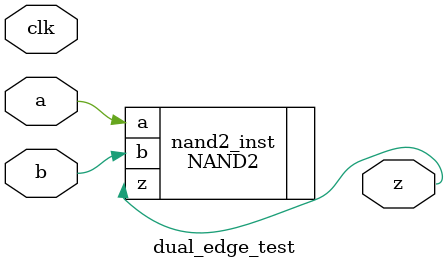
<source format=v>
module dual_edge_test (
  input clk,
  input a,
  input b,
  output z
);
  NAND2 nand2_inst (.a(a), .b(b), .z(z));
endmodule

</source>
